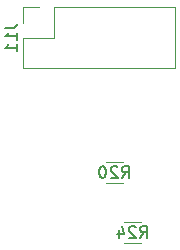
<source format=gbr>
%TF.GenerationSoftware,KiCad,Pcbnew,(6.0.5)*%
%TF.CreationDate,2023-05-17T00:23:09-04:00*%
%TF.ProjectId,as3340_no_mux,61733333-3430-45f6-9e6f-5f6d75782e6b,rev?*%
%TF.SameCoordinates,Original*%
%TF.FileFunction,Legend,Bot*%
%TF.FilePolarity,Positive*%
%FSLAX46Y46*%
G04 Gerber Fmt 4.6, Leading zero omitted, Abs format (unit mm)*
G04 Created by KiCad (PCBNEW (6.0.5)) date 2023-05-17 00:23:09*
%MOMM*%
%LPD*%
G01*
G04 APERTURE LIST*
%ADD10C,0.150000*%
%ADD11C,0.120000*%
G04 APERTURE END LIST*
D10*
%TO.C,R20*%
X57792857Y-119832380D02*
X58126190Y-119356190D01*
X58364285Y-119832380D02*
X58364285Y-118832380D01*
X57983333Y-118832380D01*
X57888095Y-118880000D01*
X57840476Y-118927619D01*
X57792857Y-119022857D01*
X57792857Y-119165714D01*
X57840476Y-119260952D01*
X57888095Y-119308571D01*
X57983333Y-119356190D01*
X58364285Y-119356190D01*
X57411904Y-118927619D02*
X57364285Y-118880000D01*
X57269047Y-118832380D01*
X57030952Y-118832380D01*
X56935714Y-118880000D01*
X56888095Y-118927619D01*
X56840476Y-119022857D01*
X56840476Y-119118095D01*
X56888095Y-119260952D01*
X57459523Y-119832380D01*
X56840476Y-119832380D01*
X56221428Y-118832380D02*
X56126190Y-118832380D01*
X56030952Y-118880000D01*
X55983333Y-118927619D01*
X55935714Y-119022857D01*
X55888095Y-119213333D01*
X55888095Y-119451428D01*
X55935714Y-119641904D01*
X55983333Y-119737142D01*
X56030952Y-119784761D01*
X56126190Y-119832380D01*
X56221428Y-119832380D01*
X56316666Y-119784761D01*
X56364285Y-119737142D01*
X56411904Y-119641904D01*
X56459523Y-119451428D01*
X56459523Y-119213333D01*
X56411904Y-119022857D01*
X56364285Y-118927619D01*
X56316666Y-118880000D01*
X56221428Y-118832380D01*
%TO.C,R24*%
X59342857Y-124912380D02*
X59676190Y-124436190D01*
X59914285Y-124912380D02*
X59914285Y-123912380D01*
X59533333Y-123912380D01*
X59438095Y-123960000D01*
X59390476Y-124007619D01*
X59342857Y-124102857D01*
X59342857Y-124245714D01*
X59390476Y-124340952D01*
X59438095Y-124388571D01*
X59533333Y-124436190D01*
X59914285Y-124436190D01*
X58961904Y-124007619D02*
X58914285Y-123960000D01*
X58819047Y-123912380D01*
X58580952Y-123912380D01*
X58485714Y-123960000D01*
X58438095Y-124007619D01*
X58390476Y-124102857D01*
X58390476Y-124198095D01*
X58438095Y-124340952D01*
X59009523Y-124912380D01*
X58390476Y-124912380D01*
X57533333Y-124245714D02*
X57533333Y-124912380D01*
X57771428Y-123864761D02*
X58009523Y-124579047D01*
X57390476Y-124579047D01*
%TO.C,J11*%
X47922380Y-107140476D02*
X48636666Y-107140476D01*
X48779523Y-107092857D01*
X48874761Y-106997619D01*
X48922380Y-106854761D01*
X48922380Y-106759523D01*
X48922380Y-108140476D02*
X48922380Y-107569047D01*
X48922380Y-107854761D02*
X47922380Y-107854761D01*
X48065238Y-107759523D01*
X48160476Y-107664285D01*
X48208095Y-107569047D01*
X48922380Y-109092857D02*
X48922380Y-108521428D01*
X48922380Y-108807142D02*
X47922380Y-108807142D01*
X48065238Y-108711904D01*
X48160476Y-108616666D01*
X48208095Y-108521428D01*
D11*
%TO.C,R20*%
X56422936Y-118470000D02*
X57877064Y-118470000D01*
X56422936Y-120290000D02*
X57877064Y-120290000D01*
%TO.C,R24*%
X59427064Y-123550000D02*
X57972936Y-123550000D01*
X59427064Y-125370000D02*
X57972936Y-125370000D01*
%TO.C,J11*%
X62290000Y-105350000D02*
X62290000Y-110550000D01*
X49470000Y-110550000D02*
X62290000Y-110550000D01*
X52070000Y-105350000D02*
X52070000Y-107950000D01*
X49470000Y-107950000D02*
X49470000Y-110550000D01*
X50800000Y-105350000D02*
X49470000Y-105350000D01*
X49470000Y-105350000D02*
X49470000Y-106680000D01*
X52070000Y-107950000D02*
X49470000Y-107950000D01*
X52070000Y-105350000D02*
X62290000Y-105350000D01*
%TD*%
M02*

</source>
